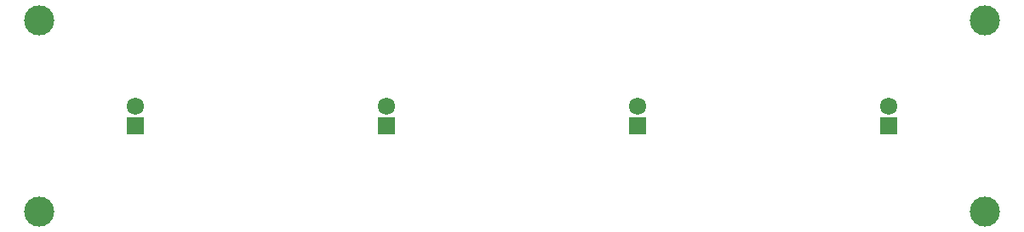
<source format=gbr>
G04 DipTrace 3.3.1.3*
G04 BottomMask.gbr*
%MOIN*%
G04 #@! TF.FileFunction,Soldermask,Bot*
G04 #@! TF.Part,Single*
%ADD35C,0.11811*%
%ADD37R,0.067874X0.067874*%
%ADD39C,0.067874*%
%FSLAX26Y26*%
G04*
G70*
G90*
G75*
G01*
G04 BotMask*
%LPD*%
D35*
X511811Y511811D3*
Y1259843D3*
X4212598D3*
Y511811D3*
D39*
X3838583Y923327D3*
D37*
Y848327D3*
D39*
X2854331Y923327D3*
D37*
Y848327D3*
D39*
X1870079Y923327D3*
D37*
Y848327D3*
D39*
X885827Y923327D3*
D37*
Y848327D3*
M02*

</source>
